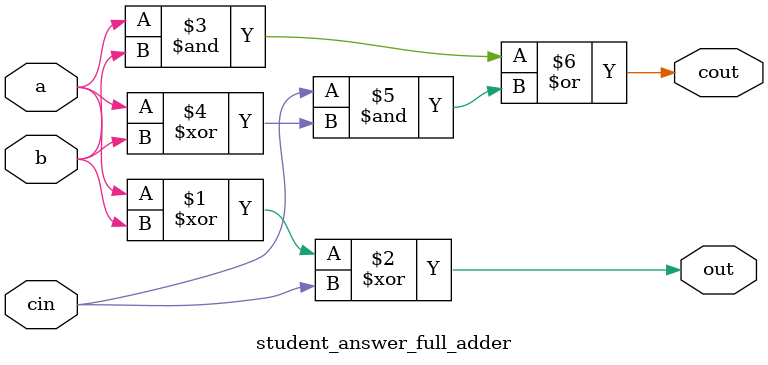
<source format=v>
module student_answer_full_adder(
	input	a,b,cin,
	output	out,cout
);

assign out = a ^ b ^ cin;    
    assign cout = (a & b) | (cin & (a ^ b));  

endmodule
</source>
